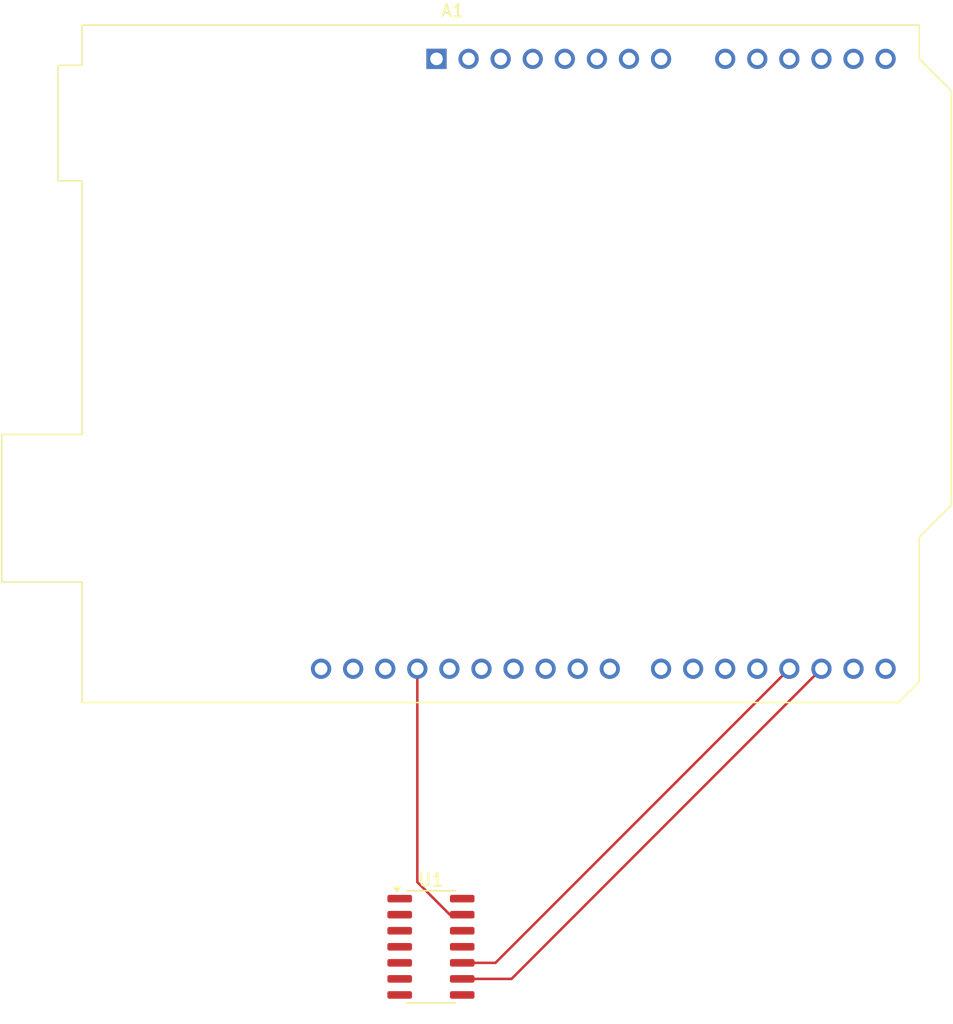
<source format=kicad_pcb>
(kicad_pcb (version 20240108) (generator "pcbnew") (generator_version "8.0")
  (layers (0 "F.Cu" signal) (31 "B.Cu" signal) (34 "B.Paste" user) (35 "F.Paste" user) (36 "B.SilkS" user "B.Silkscreen") (37 "F.SilkS" user "F.Silkscreen") (38 "B.Mask" user) (39 "F.Mask" user) (44 "Edge.Cuts" user))
  (net 0 "")
  (net 1 "Net-(U1-QGND)")
  (net 6 "Net-(A1-D3)")
  (net 10 "Net-(A1-D2)")
  (net 38 "unconnected-(U1-RX-Pad14)")
  (footprint "Package_SO:SOIC-14_3.9x8.7mm_P1.27mm" (layer "F.Cu") (at 132 132.5)
    (property "Reference" "U1" (at 0 -5.28 0) (layer "F.SilkS"))
    (property "Value" "HTRC11001T")
    (fp_line (start 0 -4.435) (end -1.95 -4.435) (stroke (width 0.12)) (layer "F.SilkS"))
    (fp_line (start 0 -4.435) (end 1.95 -4.435) (stroke (width 0.12)) (layer "F.SilkS"))
    (fp_line (start 0 4.435) (end -1.95 4.435) (stroke (width 0.12)) (layer "F.SilkS"))
    (fp_line (start 0 4.435) (end 1.95 4.435) (stroke (width 0.12)) (layer "F.SilkS"))
    (fp_poly (pts (xy -2.7 -4.37) (xy -2.94 -4.7) (xy -2.46 -4.7) (xy -2.7 -4.37)) (stroke (width 0.12)) (fill solid) (layer "F.SilkS"))
    (pad "1" smd roundrect (at -2.475 -3.81) (size 1.95 0.6) (layers "F.Cu" "F.Paste" "F.Mask"))
    (pad "2" smd roundrect (at -2.475 -2.54) (size 1.95 0.6) (layers "F.Cu" "F.Paste" "F.Mask"))
    (pad "3" smd roundrect (at -2.475 -1.27) (size 1.95 0.6) (layers "F.Cu" "F.Paste" "F.Mask"))
    (pad "4" smd roundrect (at -2.475 0) (size 1.95 0.6) (layers "F.Cu" "F.Paste" "F.Mask"))
    (pad "5" smd roundrect (at -2.475 1.27) (size 1.95 0.6) (layers "F.Cu" "F.Paste" "F.Mask"))
    (pad "6" smd roundrect (at -2.475 2.54) (size 1.95 0.6) (layers "F.Cu" "F.Paste" "F.Mask"))
    (pad "7" smd roundrect (at -2.475 3.81) (size 1.95 0.6) (layers "F.Cu" "F.Paste" "F.Mask"))
    (pad "8" smd roundrect (at 2.475 3.81) (size 1.95 0.6) (layers "F.Cu" "F.Paste" "F.Mask"))
    (pad "9" smd roundrect (at 2.475 2.54) (size 1.95 0.6) (layers "F.Cu" "F.Paste" "F.Mask") (net 10 "Net-(A1-D2)"))
    (pad "10" smd roundrect (at 2.475 1.27) (size 1.95 0.6) (layers "F.Cu" "F.Paste" "F.Mask") (net 6 "Net-(A1-D3)"))
    (pad "11" smd roundrect (at 2.475 0) (size 1.95 0.6) (layers "F.Cu" "F.Paste" "F.Mask"))
    (pad "12" smd roundrect (at 2.475 -1.27) (size 1.95 0.6) (layers "F.Cu" "F.Paste" "F.Mask"))
    (pad "13" smd roundrect (at 2.475 -2.54) (size 1.95 0.6) (layers "F.Cu" "F.Paste" "F.Mask") (net 1 "Net-(U1-QGND)"))
    (pad "14" smd roundrect (at 2.475 -3.81) (size 1.95 0.6) (layers "F.Cu" "F.Paste" "F.Mask") (net 38 "unconnected-(U1-RX-Pad14)"))
  )
  (footprint "Module:Arduino_UNO_R3" (layer "F.Cu") (at 132.44 62.24)
    (property "Reference" "A1" (at 1.27 -3.81 180) (layer "F.SilkS"))
    (property "Value" "Arduino_UNO_R3")
    (fp_line (start -34.42 29.72) (end -34.42 41.4) (stroke (width 0.12)) (layer "F.SilkS"))
    (fp_line (start -34.42 41.4) (end -28.07 41.4) (stroke (width 0.12)) (layer "F.SilkS"))
    (fp_line (start -29.97 0.51) (end -29.97 9.65) (stroke (width 0.12)) (layer "F.SilkS"))
    (fp_line (start -29.97 9.65) (end -28.07 9.65) (stroke (width 0.12)) (layer "F.SilkS"))
    (fp_line (start -28.07 -2.67) (end -28.07 0.51) (stroke (width 0.12)) (layer "F.SilkS"))
    (fp_line (start -28.07 0.51) (end -29.97 0.51) (stroke (width 0.12)) (layer "F.SilkS"))
    (fp_line (start -28.07 9.65) (end -28.07 29.72) (stroke (width 0.12)) (layer "F.SilkS"))
    (fp_line (start -28.07 29.72) (end -34.42 29.72) (stroke (width 0.12)) (layer "F.SilkS"))
    (fp_line (start -28.07 41.4) (end -28.07 50.93) (stroke (width 0.12)) (layer "F.SilkS"))
    (fp_line (start -28.07 50.93) (end 36.58 50.93) (stroke (width 0.12)) (layer "F.SilkS"))
    (fp_line (start 36.58 50.93) (end 38.23 49.28) (stroke (width 0.12)) (layer "F.SilkS"))
    (fp_line (start 38.23 -2.67) (end -28.07 -2.67) (stroke (width 0.12)) (layer "F.SilkS"))
    (fp_line (start 38.23 0) (end 38.23 -2.67) (stroke (width 0.12)) (layer "F.SilkS"))
    (fp_line (start 38.23 37.85) (end 40.77 35.31) (stroke (width 0.12)) (layer "F.SilkS"))
    (fp_line (start 38.23 49.28) (end 38.23 37.85) (stroke (width 0.12)) (layer "F.SilkS"))
    (fp_line (start 40.77 2.54) (end 38.23 0) (stroke (width 0.12)) (layer "F.SilkS"))
    (fp_line (start 40.77 35.31) (end 40.77 2.54) (stroke (width 0.12)) (layer "F.SilkS"))
    (pad "1" thru_hole rect (at 0 0 90) (size 1.6 1.6) (drill 1) (layers "*.Cu" "*.Mask"))
    (pad "2" thru_hole oval (at 2.54 0 90) (size 1.6 1.6) (drill 1) (layers "*.Cu" "*.Mask"))
    (pad "3" thru_hole oval (at 5.08 0 90) (size 1.6 1.6) (drill 1) (layers "*.Cu" "*.Mask"))
    (pad "4" thru_hole oval (at 7.62 0 90) (size 1.6 1.6) (drill 1) (layers "*.Cu" "*.Mask"))
    (pad "5" thru_hole oval (at 10.16 0 90) (size 1.6 1.6) (drill 1) (layers "*.Cu" "*.Mask"))
    (pad "6" thru_hole oval (at 12.7 0 90) (size 1.6 1.6) (drill 1) (layers "*.Cu" "*.Mask"))
    (pad "7" thru_hole oval (at 15.24 0 90) (size 1.6 1.6) (drill 1) (layers "*.Cu" "*.Mask"))
    (pad "8" thru_hole oval (at 17.78 0 90) (size 1.6 1.6) (drill 1) (layers "*.Cu" "*.Mask"))
    (pad "9" thru_hole oval (at 22.86 0 90) (size 1.6 1.6) (drill 1) (layers "*.Cu" "*.Mask"))
    (pad "10" thru_hole oval (at 25.4 0 90) (size 1.6 1.6) (drill 1) (layers "*.Cu" "*.Mask"))
    (pad "11" thru_hole oval (at 27.94 0 90) (size 1.6 1.6) (drill 1) (layers "*.Cu" "*.Mask"))
    (pad "12" thru_hole oval (at 30.48 0 90) (size 1.6 1.6) (drill 1) (layers "*.Cu" "*.Mask"))
    (pad "13" thru_hole oval (at 33.02 0 90) (size 1.6 1.6) (drill 1) (layers "*.Cu" "*.Mask"))
    (pad "14" thru_hole oval (at 35.56 0 90) (size 1.6 1.6) (drill 1) (layers "*.Cu" "*.Mask"))
    (pad "15" thru_hole oval (at 35.56 48.26 90) (size 1.6 1.6) (drill 1) (layers "*.Cu" "*.Mask"))
    (pad "16" thru_hole oval (at 33.02 48.26 90) (size 1.6 1.6) (drill 1) (layers "*.Cu" "*.Mask"))
    (pad "17" thru_hole oval (at 30.48 48.26 90) (size 1.6 1.6) (drill 1) (layers "*.Cu" "*.Mask") (net 10 "Net-(A1-D2)"))
    (pad "18" thru_hole oval (at 27.94 48.26 90) (size 1.6 1.6) (drill 1) (layers "*.Cu" "*.Mask") (net 6 "Net-(A1-D3)"))
    (pad "19" thru_hole oval (at 25.4 48.26 90) (size 1.6 1.6) (drill 1) (layers "*.Cu" "*.Mask"))
    (pad "20" thru_hole oval (at 22.86 48.26 90) (size 1.6 1.6) (drill 1) (layers "*.Cu" "*.Mask"))
    (pad "21" thru_hole oval (at 20.32 48.26 90) (size 1.6 1.6) (drill 1) (layers "*.Cu" "*.Mask"))
    (pad "22" thru_hole oval (at 17.78 48.26 90) (size 1.6 1.6) (drill 1) (layers "*.Cu" "*.Mask"))
    (pad "23" thru_hole oval (at 13.72 48.26 90) (size 1.6 1.6) (drill 1) (layers "*.Cu" "*.Mask"))
    (pad "24" thru_hole oval (at 11.18 48.26 90) (size 1.6 1.6) (drill 1) (layers "*.Cu" "*.Mask"))
    (pad "25" thru_hole oval (at 8.64 48.26 90) (size 1.6 1.6) (drill 1) (layers "*.Cu" "*.Mask"))
    (pad "26" thru_hole oval (at 6.1 48.26 90) (size 1.6 1.6) (drill 1) (layers "*.Cu" "*.Mask"))
    (pad "27" thru_hole oval (at 3.56 48.26 90) (size 1.6 1.6) (drill 1) (layers "*.Cu" "*.Mask"))
    (pad "28" thru_hole oval (at 1.02 48.26 90) (size 1.6 1.6) (drill 1) (layers "*.Cu" "*.Mask"))
    (pad "29" thru_hole oval (at -1.52 48.26 90) (size 1.6 1.6) (drill 1) (layers "*.Cu" "*.Mask") (net 1 "Net-(U1-QGND)"))
    (pad "30" thru_hole oval (at -4.06 48.26 90) (size 1.6 1.6) (drill 1) (layers "*.Cu" "*.Mask"))
    (pad "31" thru_hole oval (at -6.6 48.26 90) (size 1.6 1.6) (drill 1) (layers "*.Cu" "*.Mask"))
    (pad "32" thru_hole oval (at -9.14 48.26 90) (size 1.6 1.6) (drill 1) (layers "*.Cu" "*.Mask"))
  )
  (segment (start 130.92 127.379999) (end 130.92 110.5) (width 0.2) (layer "F.Cu") (net 1))
  (segment (start 133.500001 129.96) (end 130.92 127.379999) (width 0.2) (layer "F.Cu") (net 1))
  (segment (start 134.475 129.96) (end 133.500001 129.96) (width 0.2) (layer "F.Cu") (net 1))
  (segment (start 137.11 133.77) (end 160.38 110.5) (width 0.2) (layer "F.Cu") (net 6))
  (segment (start 134.475 133.77) (end 137.11 133.77) (width 0.2) (layer "F.Cu") (net 6))
  (segment (start 134.475 135.04) (end 138.38 135.04) (width 0.2) (layer "F.Cu") (net 10))
  (segment (start 138.38 135.04) (end 162.92 110.5) (width 0.2) (layer "F.Cu") (net 10))
  (segment (start 134.475 128.69) (end 134.475 128.525) (width 0.2) (layer "F.Cu") (net 38))
  (segment (start 134.475 128.525) (end 134.5 128.5) (width 0.2) (layer "F.Cu") (net 38))
)
</source>
